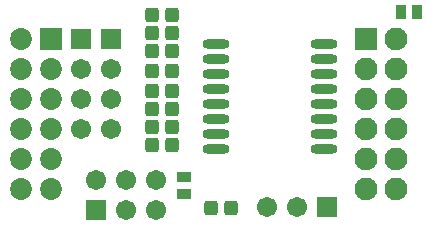
<source format=gts>
G04*
G04 #@! TF.GenerationSoftware,Altium Limited,Altium Designer,23.3.1 (30)*
G04*
G04 Layer_Color=8388736*
%FSLAX44Y44*%
%MOMM*%
G71*
G04*
G04 #@! TF.SameCoordinates,D8AE08F4-3845-44A1-9C7E-D53955B2364C*
G04*
G04*
G04 #@! TF.FilePolarity,Negative*
G04*
G01*
G75*
%ADD21O,2.3032X0.8032*%
G04:AMPARAMS|DCode=22|XSize=1.2032mm|YSize=1.1032mm|CornerRadius=0.2141mm|HoleSize=0mm|Usage=FLASHONLY|Rotation=90.000|XOffset=0mm|YOffset=0mm|HoleType=Round|Shape=RoundedRectangle|*
%AMROUNDEDRECTD22*
21,1,1.2032,0.6750,0,0,90.0*
21,1,0.7750,1.1032,0,0,90.0*
1,1,0.4282,0.3375,0.3875*
1,1,0.4282,0.3375,-0.3875*
1,1,0.4282,-0.3375,-0.3875*
1,1,0.4282,-0.3375,0.3875*
%
%ADD22ROUNDEDRECTD22*%
%ADD23R,0.9532X1.1532*%
%ADD24R,1.1532X0.9532*%
%ADD25R,1.7032X1.7032*%
%ADD26C,1.7032*%
%ADD27R,1.8542X1.8542*%
%ADD28C,1.8542*%
%ADD29R,1.7032X1.7032*%
%ADD30C,1.9304*%
%ADD31R,1.8796X1.8796*%
D21*
X456916Y401574D02*
D03*
Y388874D02*
D03*
Y376174D02*
D03*
Y363474D02*
D03*
Y350774D02*
D03*
Y338074D02*
D03*
Y325374D02*
D03*
Y312674D02*
D03*
X548416Y401574D02*
D03*
Y388874D02*
D03*
Y376174D02*
D03*
Y363474D02*
D03*
Y350774D02*
D03*
Y338074D02*
D03*
Y325374D02*
D03*
Y312674D02*
D03*
D22*
X419980Y425958D02*
D03*
X402980D02*
D03*
X419980Y410718D02*
D03*
X402980D02*
D03*
X419980Y316230D02*
D03*
X402980D02*
D03*
X419980Y331470D02*
D03*
X402980D02*
D03*
X419980Y346710D02*
D03*
X402980D02*
D03*
X419980Y361950D02*
D03*
X402980D02*
D03*
X419980Y395478D02*
D03*
X402980D02*
D03*
X419980Y378968D02*
D03*
X402980D02*
D03*
X469900Y263144D02*
D03*
X452900D02*
D03*
D23*
X613268Y429260D02*
D03*
X627268D02*
D03*
D24*
X429768Y288798D02*
D03*
Y274798D02*
D03*
D25*
X551180Y264160D02*
D03*
X355600Y261620D02*
D03*
D26*
X525780Y264160D02*
D03*
X500380D02*
D03*
X368300Y381000D02*
D03*
Y355600D02*
D03*
Y330200D02*
D03*
X342900Y381000D02*
D03*
Y355600D02*
D03*
Y330200D02*
D03*
X355600Y287020D02*
D03*
X381000Y261620D02*
D03*
Y287020D02*
D03*
X406400Y261620D02*
D03*
Y287020D02*
D03*
D27*
X317500Y406400D02*
D03*
D28*
Y381000D02*
D03*
Y355600D02*
D03*
Y330200D02*
D03*
Y304800D02*
D03*
Y279400D02*
D03*
X292100Y406400D02*
D03*
Y381000D02*
D03*
Y355600D02*
D03*
Y330200D02*
D03*
Y304800D02*
D03*
Y279400D02*
D03*
D29*
X368300Y406400D02*
D03*
X342900D02*
D03*
D30*
X609600Y279400D02*
D03*
Y304800D02*
D03*
Y330200D02*
D03*
Y355600D02*
D03*
Y381000D02*
D03*
Y406400D02*
D03*
X584200Y279400D02*
D03*
Y304800D02*
D03*
Y330200D02*
D03*
Y355600D02*
D03*
Y381000D02*
D03*
D31*
Y406400D02*
D03*
M02*

</source>
